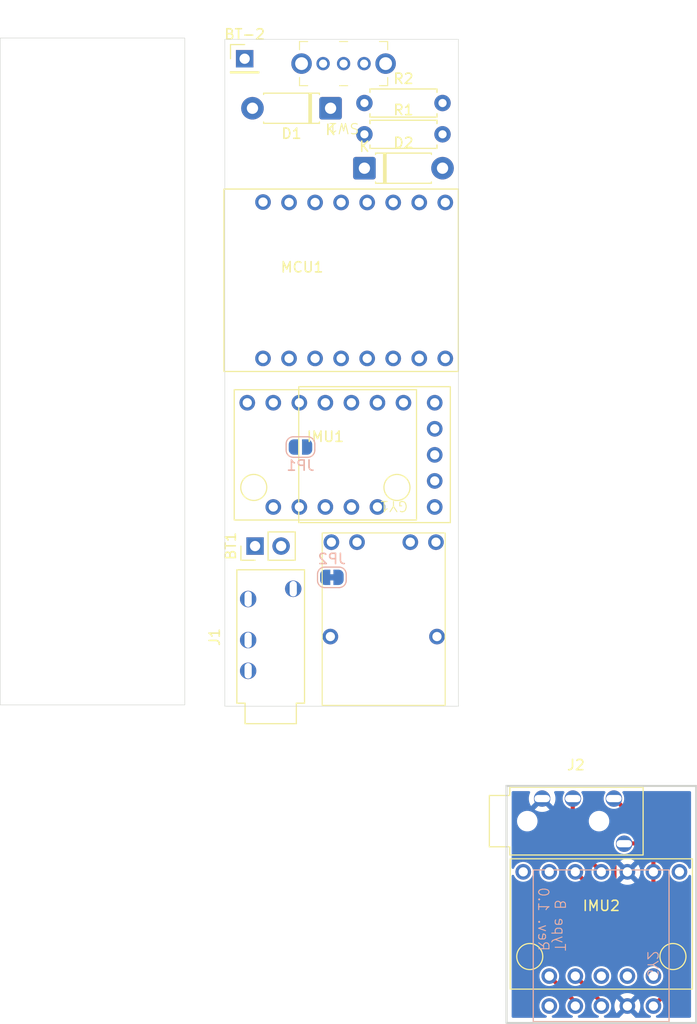
<source format=kicad_pcb>
(kicad_pcb (version 20241229) (generator "pcbnew") (generator_version "9.0")
  (layers (0 "F.Cu" signal) (2 "B.Cu" signal) (13 "F.Paste" user) (15 "B.Paste" user) (5 "F.SilkS" user "F.Silkscreen") (7 "B.SilkS" user "B.Silkscreen") (1 "F.Mask" user) (3 "B.Mask" user) (25 "Edge.Cuts" user))
  (net 0 "")
  (net 1 "SDA_1")
  (net 2 "ESP32_3V3")
  (net 3 "SCL_1")
  (net 4 "GND")
  (net 5 "Net-(GY2-SDA)")
  (net 6 "Net-(GY2-SCL)")
  (net 14 "+BATT")
  (net 15 "Net-(CHGR1-5_VIN)")
  (net 18 "ESP32_5V5")
  (net 19 "Net-(D2-A)")
  (net 20 "Net-(GY1-VIN)")
  (net 21 "Net-(GY1-SCL)")
  (net 22 "Net-(GY1-SDA)")
  (net 28 "Net-(IMU1-VIN)")
  (net 35 "BATTERY_READER")
  (footprint "Diode_THT:D_DO-41_SOD81_P7.62mm_Horizontal" (layer "F.Cu") (at 122.682 50.546 180)
    (property "Reference" "D1" (at 3.81 -2.47 0) (layer "F.SilkS"))
    (property "Value" "D_1N5817 / 4.8v Zener?")
    (fp_line (start 6.53 1.47) (end 6.53 1.34) (stroke (width 0.12)) (layer "F.SilkS"))
    (fp_line (start 6.53 -1.47) (end 6.53 -1.34) (stroke (width 0.12)) (layer "F.SilkS"))
    (fp_line (start 2.11 -1.47) (end 2.11 1.47) (stroke (width 0.12)) (layer "F.SilkS"))
    (fp_line (start 1.99 -1.47) (end 1.99 1.47) (stroke (width 0.12)) (layer "F.SilkS"))
    (fp_line (start 1.87 -1.47) (end 1.87 1.47) (stroke (width 0.12)) (layer "F.SilkS"))
    (fp_line (start 1.09 1.47) (end 6.53 1.47) (stroke (width 0.12)) (layer "F.SilkS"))
    (fp_line (start 1.09 1.34) (end 1.09 1.47) (stroke (width 0.12)) (layer "F.SilkS"))
    (fp_line (start 1.09 -1.34) (end 1.09 -1.47) (stroke (width 0.12)) (layer "F.SilkS"))
    (fp_line (start 1.09 -1.47) (end 6.53 -1.47) (stroke (width 0.12)) (layer "F.SilkS"))
    (fp_text user "K" (at 0 -2.1 0) (layer "F.SilkS"))
    (pad "1" thru_hole roundrect (at 0 0 180) (size 2.2 2.2) (drill 1.1) (layers "*.Cu" "*.Mask") (roundrect_rratio 0.113636) (net 18 "ESP32_5V5"))
    (pad "2" thru_hole circle (at 7.62 0 180) (size 2.2 2.2) (drill 1.1) (layers "*.Cu" "*.Mask") (net 15 "Net-(CHGR1-5_VIN)"))
  )
  (footprint "Connector_PinHeader_2.54mm:PinHeader_1x02_P2.54mm_Vertical" (layer "F.Cu") (at 115.316 93.218 90)
    (property "Reference" "BT1" (at 0 -2.38 90) (layer "F.SilkS"))
    (property "Value" "Battery")
    (fp_line (start -1.38 -1.38) (end 0 -1.38) (stroke (width 0.12)) (layer "F.SilkS"))
    (fp_line (start -1.38 0) (end -1.38 -1.38) (stroke (width 0.12)) (layer "F.SilkS"))
    (fp_line (start 1.38 1.27) (end 1.38 3.92) (stroke (width 0.12)) (layer "F.SilkS"))
    (fp_line (start -1.38 1.27) (end 1.38 1.27) (stroke (width 0.12)) (layer "F.SilkS"))
    (fp_line (start -1.38 1.27) (end -1.38 3.92) (stroke (width 0.12)) (layer "F.SilkS"))
    (fp_line (start -1.38 3.92) (end 1.38 3.92) (stroke (width 0.12)) (layer "F.SilkS"))
    (pad "1" thru_hole rect (at 0 0 90) (size 1.7 1.7) (drill 1) (layers "*.Cu" "*.Mask") (net 14 "+BATT"))
    (pad "2" thru_hole circle (at 0 2.54 90) (size 1.7 1.7) (drill 1) (layers "*.Cu" "*.Mask") (net 4 "GND"))
  )
  (footprint "My_Library:GY-BMI160" (layer "F.Cu") (at 122.174 84.328 -90)
    (property "Reference" "IMU1" (at -1.77 0 0) (layer "F.SilkS"))
    (property "Value" "~")
    (fp_rect (start -6.35 -8.89) (end 6.35 8.89) (stroke (width 0.12)) (fill no) (layer "F.SilkS"))
    (fp_circle (center 3.175 6.985) (end 1.905 6.985) (stroke (width 0.12)) (fill no) (layer "F.SilkS"))
    (fp_circle (center 3.175 -6.985) (end 1.905 -6.985) (stroke (width 0.12)) (fill no) (layer "F.SilkS"))
    (pad "1" thru_hole circle (at -5.08 -7.62 270) (size 1.524 1.524) (drill 0.9) (layers "*.Cu" "*.Mask") (net 28 "Net-(IMU1-VIN)"))
    (pad "2" thru_hole circle (at -5.08 -5.08 270) (size 1.524 1.524) (drill 0.9) (layers "*.Cu" "*.Mask") (net 20 "Net-(GY1-VIN)"))
    (pad "3" thru_hole circle (at -5.08 -2.54 270) (size 1.524 1.524) (drill 0.9) (layers "*.Cu" "*.Mask") (net 4 "GND"))
    (pad "4" thru_hole circle (at -5.08 0 270) (size 1.524 1.524) (drill 0.9) (layers "*.Cu" "*.Mask") (net 3 "SCL_1"))
    (pad "5" thru_hole circle (at -5.08 2.54 270) (size 1.524 1.524) (drill 0.9) (layers "*.Cu" "*.Mask") (net 1 "SDA_1"))
    (pad "6" thru_hole circle (at -5.08 5.08 270) (size 1.524 1.524) (drill 0.9) (layers "*.Cu" "*.Mask"))
    (pad "7" thru_hole circle (at -5.08 7.62 270) (size 1.524 1.524) (drill 0.9) (layers "*.Cu" "*.Mask") (net 4 "GND"))
    (pad "8" thru_hole circle (at 5.08 5.08 270) (size 1.524 1.524) (drill 0.9) (layers "*.Cu" "*.Mask") (net 22 "Net-(GY1-SDA)"))
    (pad "9" thru_hole circle (at 5.08 2.54 270) (size 1.524 1.524) (drill 0.9) (layers "*.Cu" "*.Mask") (net 21 "Net-(GY1-SCL)"))
    (pad "10" thru_hole circle (at 5.08 0 270) (size 1.524 1.524) (drill 0.9) (layers "*.Cu" "*.Mask"))
    (pad "11" thru_hole circle (at 5.08 -2.54 270) (size 1.524 1.524) (drill 0.9) (layers "*.Cu" "*.Mask"))
    (pad "12" thru_hole circle (at 5.08 -5.08 270) (size 1.524 1.524) (drill 0.9) (layers "*.Cu" "*.Mask"))
  )
  (footprint "Connector_PinHeader_2.54mm:PinHeader_1x01_P2.54mm_Vertical" (layer "F.Cu") (at 114.3 45.72)
    (property "Reference" "BT-2" (at 0 -2.38 0) (layer "F.SilkS"))
    (property "Value" "Battery anode")
    (fp_line (start -1.38 -1.38) (end 0 -1.38) (stroke (width 0.12)) (layer "F.SilkS"))
    (fp_line (start -1.38 0) (end -1.38 -1.38) (stroke (width 0.12)) (layer "F.SilkS"))
    (fp_line (start -1.38 1.27) (end -1.38 1.38) (stroke (width 0.12)) (layer "F.SilkS"))
    (fp_line (start -1.38 1.27) (end 1.38 1.27) (stroke (width 0.12)) (layer "F.SilkS"))
    (fp_line (start -1.38 1.38) (end 1.38 1.38) (stroke (width 0.12)) (layer "F.SilkS"))
    (fp_line (start 1.38 1.27) (end 1.38 1.38) (stroke (width 0.12)) (layer "F.SilkS"))
    (pad "1" thru_hole rect (at 0 0) (size 1.7 1.7) (drill 1) (layers "*.Cu" "*.Mask") (net 4 "GND"))
  )
  (footprint "My_Library:SK12D07VG4" (layer "F.Cu") (at 123.952 46.196 180)
    (property "Reference" "SW1" (at 0 -6.3 180) (layer "F.SilkS") (effects (font (thickness 0.1))))
    (property "Value" "SW_SPDT")
    (fp_line (start 4.3 2.15) (end 4.3 1.35) (stroke (width 0.1)) (layer "F.SilkS"))
    (fp_line (start 4.3 2.15) (end 3.5 2.15) (stroke (width 0.1)) (layer "F.SilkS"))
    (fp_line (start 4.3 -2.15) (end 4.3 -1.35) (stroke (width 0.1)) (layer "F.SilkS"))
    (fp_line (start 4.3 -2.15) (end 3.5 -2.15) (stroke (width 0.1)) (layer "F.SilkS"))
    (fp_line (start 0.4 2.15) (end -0.4 2.15) (stroke (width 0.1)) (layer "F.SilkS"))
    (fp_line (start -0.4 -2.15) (end 0.4 -2.15) (stroke (width 0.1)) (layer "F.SilkS"))
    (fp_line (start -4.3 2.15) (end -3.5 2.15) (stroke (width 0.1)) (layer "F.SilkS"))
    (fp_line (start -4.3 2.15) (end -4.3 1.35) (stroke (width 0.1)) (layer "F.SilkS"))
    (fp_line (start -4.3 -2.15) (end -3.5 -2.15) (stroke (width 0.1)) (layer "F.SilkS"))
    (fp_line (start -4.3 -2.15) (end -4.3 -1.35) (stroke (width 0.1)) (layer "F.SilkS"))
    (pad "" thru_hole circle (at -4.1 0 90) (size 2 2) (drill 1.25) (layers "*.Cu" "*.Mask"))
    (pad "" thru_hole circle (at 4.1 0 90) (size 2 2) (drill 1.25) (layers "*.Cu" "*.Mask"))
    (pad "1" thru_hole circle (at -2 0 90) (size 1.3 1.3) (drill 0.8) (layers "*.Cu" "*.Mask"))
    (pad "2" thru_hole circle (at 0 0 90) (size 1.3 1.3) (drill 0.8) (layers "*.Cu" "*.Mask") (net 14 "+BATT"))
    (pad "3" thru_hole circle (at 2 0 90) (size 1.3 1.3) (drill 0.8) (layers "*.Cu" "*.Mask") (net 19 "Net-(D2-A)"))
  )
  (footprint "My_Library:PJ-320A" (layer "F.Cu") (at 114.64 110.529 90)
    (property "Reference" "J1" (at 8.4455 -3.269 90) (layer "F.SilkS"))
    (property "Value" "TRRS Connector 3.5")
    (fp_line (start 15 -1.1) (end 15 5.5) (stroke (width 0.12)) (layer "F.SilkS"))
    (fp_line (start 2 -1.1) (end 15 -1.1) (stroke (width 0.12)) (layer "F.SilkS"))
    (fp_line (start 2 -0.3) (end 2 -1.1) (stroke (width 0.12)) (layer "F.SilkS"))
    (fp_line (start 0 -0.3) (end 2 -0.3) (stroke (width 0.12)) (layer "F.SilkS"))
    (fp_line (start 0 0) (end 0 -0.3) (stroke (width 0.12)) (layer "F.SilkS"))
    (fp_line (start 0 0) (end 0 4.7) (stroke (width 0.12)) (layer "F.SilkS"))
    (fp_line (start 2 4.7) (end 2 5.5) (stroke (width 0.12)) (layer "F.SilkS"))
    (fp_line (start 0 4.7) (end 2 4.7) (stroke (width 0.12)) (layer "F.SilkS"))
    (fp_line (start 2 5.5) (end 15 5.5) (stroke (width 0.12)) (layer "F.SilkS"))
    (pad "" np_thru_hole circle (at 3.7 2.2 90) (size 1.5 1.5) (drill 1.5) (layers "*.Cu"))
    (pad "" np_thru_hole circle (at 10.7 2.2 90) (size 1.5 1.5) (drill 1.5) (layers "*.Cu"))
    (pad "R1" thru_hole circle (at 12.15 0 90) (size 1.6 1.6) (drill oval 1.5 0.7) (layers "*.Cu" "*.Mask") (net 1 "SDA_1"))
    (pad "R2" thru_hole circle (at 8.15 0 90) (size 1.6 1.6) (drill oval 1.5 0.7) (layers "*.Cu" "*.Mask") (net 3 "SCL_1"))
    (pad "S" thru_hole circle (at 5.15 0 90) (size 1.6 1.6) (drill oval 1.5 0.7) (layers "*.Cu" "*.Mask") (net 4 "GND"))
    (pad "T" thru_hole circle (at 13.15 4.4 90) (size 1.6 1.6) (drill oval 1.5 0.7) (layers "*.Cu" "*.Mask") (net 2 "ESP32_3V3"))
  )
  (footprint "My_Library:LX_LBES" (layer "F.Cu") (at 121.862 91.938 90)
    (property "Reference" "CHGR1" (hide yes))
    (property "Value" "~" (hide yes))
    (fp_rect (start -16.8 0) (end 0 12) (stroke (width 0.1)) (fill no) (layer "F.SilkS"))
    (pad "1" thru_hole circle (at -10.1 0.8 270) (size 1.524 1.524) (drill 0.9) (layers "*.Cu" "*.Mask") (net 15 "Net-(CHGR1-5_VIN)"))
    (pad "2" thru_hole circle (at -10.1 11.2 270) (size 1.524 1.524) (drill 0.9) (layers "*.Cu" "*.Mask") (net 4 "GND"))
    (pad "3" thru_hole circle (at -0.9 11.1 270) (size 1.524 1.524) (drill 0.9) (layers "*.Cu" "*.Mask"))
    (pad "4" thru_hole circle (at -0.9 8.6 270) (size 1.524 1.524) (drill 0.9) (layers "*.Cu" "*.Mask") (net 4 "GND"))
    (pad "5" thru_hole circle (at -0.9 3.4 270) (size 1.524 1.524) (drill 0.9) (layers "*.Cu" "*.Mask") (net 14 "+BATT"))
    (pad "6" thru_hole circle (at -0.9 0.9 270) (size 1.524 1.524) (drill 0.9) (layers "*.Cu" "*.Mask"))
  )
  (footprint "My_Library:GY-271" (layer "F.Cu") (at 127.842 84.328 180)
    (property "Reference" "GY1" (at -1 -5 180) (layer "F.SilkS") (effects (font (thickness 0.1))))
    (property "Value" "~")
    (fp_rect (start -6.524 -6.604) (end 8.264 6.644) (stroke (width 0.12)) (fill no) (layer "F.SilkS"))
    (pad "1" thru_hole circle (at -5 -5.08 180) (size 1.524 1.524) (drill 0.9) (layers "*.Cu" "*.Mask") (net 20 "Net-(GY1-VIN)"))
    (pad "2" thru_hole circle (at -5 -2.54 180) (size 1.524 1.524) (drill 0.9) (layers "*.Cu" "*.Mask") (net 4 "GND"))
    (pad "3" thru_hole circle (at -5 0 180) (size 1.524 1.524) (drill 0.9) (layers "*.Cu" "*.Mask") (net 21 "Net-(GY1-SCL)"))
    (pad "4" thru_hole circle (at -5 2.54 180) (size 1.524 1.524) (drill 0.9) (layers "*.Cu" "*.Mask") (net 22 "Net-(GY1-SDA)"))
    (pad "5" thru_hole circle (at -5 5.08 180) (size 1.524 1.524) (drill 0.9) (layers "*.Cu" "*.Mask"))
  )
  (footprint "My_Library:GY-BMI160" (layer "F.Cu") (at 149.098 130.048 -90)
    (property "Reference" "IMU2" (at -1.77 0 0) (layer "F.SilkS"))
    (property "Value" "~")
    (fp_rect (start -6.35 -8.89) (end 6.35 8.89) (stroke (width 0.12)) (fill no) (layer "F.SilkS"))
    (fp_circle (center 3.175 6.985) (end 1.905 6.985) (stroke (width 0.12)) (fill no) (layer "F.SilkS"))
    (fp_circle (center 3.175 -6.985) (end 1.905 -6.985) (stroke (width 0.12)) (fill no) (layer "F.SilkS"))
    (pad "1" thru_hole circle (at -5.08 -7.62 270) (size 1.524 1.524) (drill 0.9) (layers "*.Cu" "*.Mask"))
    (pad "2" thru_hole circle (at -5.08 -5.08 270) (size 1.524 1.524) (drill 0.9) (layers "*.Cu" "*.Mask") (net 2 "ESP32_3V3"))
    (pad "3" thru_hole circle (at -5.08 -2.54 270) (size 1.524 1.524) (drill 0.9) (layers "*.Cu" "*.Mask") (net 4 "GND"))
    (pad "4" thru_hole circle (at -5.08 0 270) (size 1.524 1.524) (drill 0.9) (layers "*.Cu" "*.Mask") (net 3 "SCL_1"))
    (pad "5" thru_hole circle (at -5.08 2.54 270) (size 1.524 1.524) (drill 0.9) (layers "*.Cu" "*.Mask") (net 1 "SDA_1"))
    (pad "6" thru_hole circle (at -5.08 5.08 270) (size 1.524 1.524) (drill 0.9) (layers "*.Cu" "*.Mask"))
    (pad "7" thru_hole circle (at -5.08 7.62 270) (size 1.524 1.524) (drill 0.9) (layers "*.Cu" "*.Mask"))
    (pad "8" thru_hole circle (at 5.08 5.08 270) (size 1.524 1.524) (drill 0.9) (layers "*.Cu" "*.Mask") (net 5 "Net-(GY2-SDA)"))
    (pad "9" thru_hole circle (at 5.08 2.54 270) (size 1.524 1.524) (drill 0.9) (layers "*.Cu" "*.Mask") (net 6 "Net-(GY2-SCL)"))
    (pad "10" thru_hole circle (at 5.08 0 270) (size 1.524 1.524) (drill 0.9) (layers "*.Cu" "*.Mask"))
    (pad "11" thru_hole circle (at 5.08 -2.54 270) (size 1.524 1.524) (drill 0.9) (layers "*.Cu" "*.Mask"))
    (pad "12" thru_hole circle (at 5.08 -5.08 270) (size 1.524 1.524) (drill 0.9) (layers "*.Cu" "*.Mask"))
  )
  (footprint "Diode_THT:D_DO-41_SOD81_P7.62mm_Horizontal" (layer "F.Cu") (at 125.984 56.388)
    (property "Reference" "D2" (at 3.81 -2.47 0) (layer "F.SilkS"))
    (property "Value" "D_1N5817")
    (fp_line (start 1.09 -1.47) (end 6.53 -1.47) (stroke (width 0.12)) (layer "F.SilkS"))
    (fp_line (start 1.09 -1.34) (end 1.09 -1.47) (stroke (width 0.12)) (layer "F.SilkS"))
    (fp_line (start 1.09 1.34) (end 1.09 1.47) (stroke (width 0.12)) (layer "F.SilkS"))
    (fp_line (start 1.09 1.47) (end 6.53 1.47) (stroke (width 0.12)) (layer "F.SilkS"))
    (fp_line (start 1.87 -1.47) (end 1.87 1.47) (stroke (width 0.12)) (layer "F.SilkS"))
    (fp_line (start 1.99 -1.47) (end 1.99 1.47) (stroke (width 0.12)) (layer "F.SilkS"))
    (fp_line (start 2.11 -1.47) (end 2.11 1.47) (stroke (width 0.12)) (layer "F.SilkS"))
    (fp_line (start 6.53 -1.47) (end 6.53 -1.34) (stroke (width 0.12)) (layer "F.SilkS"))
    (fp_line (start 6.53 1.47) (end 6.53 1.34) (stroke (width 0.12)) (layer "F.SilkS"))
    (fp_text user "K" (at 0 -2.1 0) (layer "F.SilkS"))
    (pad "1" thru_hole roundrect (at 0 0) (size 2.2 2.2) (drill 1.1) (layers "*.Cu" "*.Mask") (roundrect_rratio 0.113636) (net 18 "ESP32_5V5"))
    (pad "2" thru_hole circle (at 7.62 0) (size 2.2 2.2) (drill 1.1) (layers "*.Cu" "*.Mask") (net 19 "Net-(D2-A)"))
  )
  (footprint "Espressif:ESP32-C3-SuperMini_PLUS" (layer "F.Cu") (at 123.712 67.31 -90)
    (property "Reference" "MCU1" (at -1.27 3.81 0) (layer "F.SilkS"))
    (property "Value" "~")
    (fp_rect (start -8.89 -11.43) (end 8.89 11.43) (stroke (width 0.12)) (fill no) (layer "F.SilkS"))
    (pad "1" thru_hole circle (at -7.58 -10.16 270) (size 1.524 1.524) (drill 0.9) (layers "*.Cu" "*.Mask"))
    (pad "2" thru_hole circle (at -7.58 -7.62 270) (size 1.524 1.524) (drill 0.9) (layers "*.Cu" "*.Mask"))
    (pad "3" thru_hole circle (at -7.58 -5.08 270) (size 1.524 1.524) (drill 0.9) (layers "*.Cu" "*.Mask"))
    (pad "4" thru_hole circle (at -7.58 -2.54 270) (size 1.524 1.524) (drill 0.9) (layers "*.Cu" "*.Mask"))
    (pad "5" thru_hole circle (at -7.58 0 270) (size 1.524 1.524) (drill 0.9) (layers "*.Cu" "*.Mask"))
    (pad "6" thru_hole circle (at -7.58 2.54 270) (size 1.524 1.524) (drill 0.9) (layers "*.Cu" "*.Mask"))
    (pad "7" thru_hole circle (at -7.58 5.08 270) (size 1.524 1.524) (drill 0.9) (layers "*.Cu" "*.Mask"))
    (pad "8" thru_hole circle (at -7.62 7.62 270) (size 1.524 1.524) (drill 0.9) (layers "*.Cu" "*.Mask"))
    (pad "9" thru_hole circle (at 7.62 7.62 270) (size 1.524 1.524) (drill 0.9) (layers "*.Cu" "*.Mask"))
    (pad "10" thru_hole circle (at 7.62 5.08 270) (size 1.524 1.524) (drill 0.9) (layers "*.Cu" "*.Mask"))
    (pad "11" thru_hole circle (at 7.62 2.54 270) (size 1.524 1.524) (drill 0.9) (layers "*.Cu" "*.Mask") (net 3 "SCL_1"))
    (pad "12" thru_hole circle (at 7.62 0 270) (size 1.524 1.524) (drill 0.9) (layers "*.Cu" "*.Mask") (net 1 "SDA_1"))
    (pad "13" thru_hole circle (at 7.62 -2.54 270) (size 1.524 1.524) (drill 0.9) (layers "*.Cu" "*.Mask") (net 35 "BATTERY_READER"))
    (pad "14" thru_hole circle (at 7.62 -5.08 270) (size 1.524 1.524) (drill 0.9) (layers "*.Cu" "*.Mask") (net 2 "ESP32_3V3"))
    (pad "15" thru_hole circle (at 7.62 -7.62 270) (size 1.524 1.524) (drill 0.9) (layers "*.Cu" "*.Mask") (net 4 "GND"))
    (pad "16" thru_hole circle (at 7.62 -10.16 270) (size 1.524 1.524) (drill 0.9) (layers "*.Cu" "*.Mask") (net 18 "ESP32_5V5"))
  )
  (footprint "Resistor_THT:R_Axial_DIN0207_L6.3mm_D2.5mm_P7.62mm_Horizontal" (layer "F.Cu") (at 125.984 53.086)
    (property "Reference" "R1" (at 3.81 -2.37 0) (layer "F.SilkS"))
    (property "Value" "200K")
    (fp_line (start 0.54 -1.37) (end 7.08 -1.37) (stroke (width 0.12)) (layer "F.SilkS"))
    (fp_line (start 0.54 -1.04) (end 0.54 -1.37) (stroke (width 0.12)) (layer "F.SilkS"))
    (fp_line (start 0.54 1.04) (end 0.54 1.37) (stroke (width 0.12)) (layer "F.SilkS"))
    (fp_line (start 0.54 1.37) (end 7.08 1.37) (stroke (width 0.12)) (layer "F.SilkS"))
    (fp_line (start 7.08 -1.37) (end 7.08 -1.04) (stroke (width 0.12)) (layer "F.SilkS"))
    (fp_line (start 7.08 1.37) (end 7.08 1.04) (stroke (width 0.12)) (layer "F.SilkS"))
    (pad "1" thru_hole circle (at 0 0) (size 1.6 1.6) (drill 0.8) (layers "*.Cu" "*.Mask") (net 4 "GND"))
    (pad "2" thru_hole circle (at 7.62 0) (size 1.6 1.6) (drill 0.8) (layers "*.Cu" "*.Mask") (net 35 "BATTERY_READER"))
  )
  (footprint "Resistor_THT:R_Axial_DIN0207_L6.3mm_D2.5mm_P7.62mm_Horizontal" (layer "F.Cu") (at 125.984 50.038)
    (property "Reference" "R2" (at 3.81 -2.37 0) (layer "F.SilkS"))
    (property "Value" "200K")
    (fp_line (start 0.54 -1.37) (end 7.08 -1.37) (stroke (width 0.12)) (layer "F.SilkS"))
    (fp_line (start 0.54 -1.04) (end 0.54 -1.37) (stroke (width 0.12)) (layer "F.SilkS"))
    (fp_line (start 0.54 1.04) (end 0.54 1.37) (stroke (width 0.12)) (layer "F.SilkS"))
    (fp_line (start 0.54 1.37) (end 7.08 1.37) (stroke (width 0.12)) (layer "F.SilkS"))
    (fp_line (start 7.08 -1.37) (end 7.08 -1.04) (stroke (width 0.12)) (layer "F.SilkS"))
    (fp_line (start 7.08 1.37) (end 7.08 1.04) (stroke (width 0.12)) (layer "F.SilkS"))
    (pad "1" thru_hole circle (at 0 0) (size 1.6 1.6) (drill 0.8) (layers "*.Cu" "*.Mask") (net 35 "BATTERY_READER"))
    (pad "2" thru_hole circle (at 7.62 0) (size 1.6 1.6) (drill 0.8) (layers "*.Cu" "*.Mask") (net 18 "ESP32_5V5"))
  )
  (footprint "My_Library:PJ-320A" (layer "F.Cu") (at 138.172089 117.826898)
    (property "Reference" "J2" (at 8.4455 -3.269 0) (layer "F.SilkS"))
    (property "Value" "TRRS Connector 3.5")
    (fp_line (start 0 -0.3) (end 2 -0.3) (stroke (width 0.12)) (layer "F.SilkS"))
    (fp_line (start 0 0) (end 0 -0.3) (stroke (width 0.12)) (layer "F.SilkS"))
    (fp_line (start 0 0) (end 0 4.7) (stroke (width 0.12)) (layer "F.SilkS"))
    (fp_line (start 0 4.7) (end 2 4.7) (stroke (width 0.12)) (layer "F.SilkS"))
    (fp_line (start 2 -1.1) (end 15 -1.1) (stroke (width 0.12)) (layer "F.SilkS"))
    (fp_line (start 2 -0.3) (end 2 -1.1) (stroke (width 0.12)) (layer "F.SilkS"))
    (fp_line (start 2 4.7) (end 2 5.5) (stroke (width 0.12)) (layer "F.SilkS"))
    (fp_line (start 2 5.5) (end 15 5.5) (stroke (width 0.12)) (layer "F.SilkS"))
    (fp_line (start 15 -1.1) (end 15 5.5) (stroke (width 0.12)) (layer "F.SilkS"))
    (pad "" np_thru_hole circle (at 3.7 2.2) (size 1.5 1.5) (drill 1.5) (layers "*.Cu"))
    (pad "" np_thru_hole circle (at 10.7 2.2) (size 1.5 1.5) (drill 1.5) (layers "*.Cu"))
    (pad "R1" thru_hole circle (at 12.15 0) (size 1.6 1.6) (drill oval 1.5 0.7) (layers "*.Cu" "*.Mask") (net 1 "SDA_1"))
    (pad "R2" thru_hole circle (at 8.15 0) (size 1.6 1.6) (drill oval 1.5 0.7) (layers "*.Cu" "*.Mask") (net 3 "SCL_1"))
    (pad "S" thru_hole circle (at 5.15 0) (size 1.6 1.6) (drill oval 1.5 0.7) (layers "*.Cu" "*.Mask") (net 4 "GND"))
    (pad "T" thru_hole circle (at 13.15 4.4) (size 1.6 1.6) (drill oval 1.5 0.7) (layers "*.Cu" "*.Mask") (net 2 "ESP32_3V3"))
  )
  (footprint "My_Library:GY-271" (layer "B.Cu") (at 149.096988 133.047486 90)
    (property "Reference" "GY2" (at -1 5 270) (layer "B.SilkS") (effects (font (thickness 0.1)) (justify mirror)))
    (property "Value" "~")
    (fp_rect (start -6.524 6.604) (end 8.264 -6.644) (stroke (width 0.12)) (fill no) (layer "B.SilkS"))
    (pad "1" thru_hole circle (at -5 5.08 90) (size 1.524 1.524) (drill 0.9) (layers "*.Cu" "*.Mask") (net 2 "ESP32_3V3"))
    (pad "2" thru_hole circle (at -5 2.54 90) (size 1.524 1.524) (drill 0.9) (layers "*.Cu" "*.Mask") (net 4 "GND"))
    (pad "3" thru_hole circle (at -5 0 90) (size 1.524 1.524) (drill 0.9) (layers "*.Cu" "*.Mask") (net 6 "Net-(GY2-SCL)"))
    (pad "4" thru_hole circle (at -5 -2.54 90) (size 1.524 1.524) (drill 0.9) (layers "*.Cu" "*.Mask") (net 5 "Net-(GY2-SDA)"))
    (pad "5" thru_hole circle (at -5 -5.08 90) (size 1.524 1.524) (drill 0.9) (layers "*.Cu" "*.Mask"))
  )
  (footprint "Jumper:SolderJumper-2_P1.3mm_Open_RoundedPad1.0x1.5mm" (layer "B.Cu") (at 119.746 83.566)
    (property "Reference" "JP1" (at 0 1.8 0) (layer "B.SilkS") (effects (justify mirror)))
    (property "Value" "5v in")
    (fp_line (start -1.4 -0.3) (end -1.4 0.3) (stroke (width 0.12)) (layer "B.SilkS"))
    (fp_line (start -0.7 1) (end 0.7 1) (stroke (width 0.12)) (layer "B.SilkS"))
    (fp_line (start 0.7 -1) (end -0.7 -1) (stroke (width 0.12)) (layer "B.SilkS"))
    (fp_line (start 1.4 0.3) (end 1.4 -0.3) (stroke (width 0.12)) (layer "B.SilkS"))
    (fp_arc (start -1.4 -0.3) (mid -1.194975 -0.794975) (end -0.7 -1) (stroke (width 0.12)) (layer "B.SilkS"))
    (fp_arc (start -0.7 1) (mid -1.194975 0.794975) (end -1.4 0.3) (stroke (width 0.12)) (layer "B.SilkS"))
    (fp_arc (start 0.7 -1) (mid 1.194975 -0.794975) (end 1.4 -0.3) (stroke (width 0.12)) (layer "B.SilkS"))
    (fp_arc (start 1.4 0.3) (mid 1.194975 0.794975) (end 0.7 1) (stroke (width 0.12)) (layer "B.SilkS"))
    (pad "1" smd custom (at -0.65 0) (size 1 0.5) (layers "B.Cu" "B.Mask") (net 28 "Net-(IMU1-VIN)") (options (clearance outline) (anchor rect)) (primitives (gr_circle (center 0 -0.25) (end 0.5 -0.25) (width 0) (fill yes)) (gr_circle (center 0 0.25) (end 0.5 0.25) (width 0) (fill yes)) (gr_poly (pts (xy 0.5 -0.75) (xy 0 -0.75) (xy 0 0.75) (xy 0.5 0.75)) (width 0) (fill yes))))
    (pad "2" smd custom (at 0.65 0) (size 1 0.5) (layers "B.Cu" "B.Mask") (net 18 "ESP32_5V5") (options (clearance outline) (anchor rect)) (primitives (gr_circle (center 0 -0.25) (end 0.5 -0.25) (width 0) (fill yes)) (gr_circle (center 0 0.25) (end 0.5 0.25) (width 0) (fill yes)) (gr_poly (pts (xy 0 -0.75) (xy -0.5 -0.75) (xy -0.5 0.75) (xy 0 0.75)) (width 0) (fill yes))))
  )
  (footprint "Jumper:SolderJumper-2_P1.3mm_Bridged_RoundedPad1.0x1.5mm" (layer "B.Cu") (at 122.808 96.266 180)
    (property "Reference" "JP2" (at 0 1.8 0) (layer "B.SilkS") (effects (justify mirror)))
    (property "Value" "3v3 in")
    (fp_poly (pts (xy 0.25 0.3) (xy -0.25 0.3) (xy -0.25 -0.3) (xy 0.25 -0.3)) (fill yes) (layer "B.Cu"))
    (fp_line (start 1.4 0.3) (end 1.4 -0.3) (stroke (width 0.12)) (layer "B.SilkS"))
    (fp_line (start 0.7 -1) (end -0.7 -1) (stroke (width 0.12)) (layer "B.SilkS"))
    (fp_line (start -0.7 1) (end 0.7 1) (stroke (width 0.12)) (layer "B.SilkS"))
    (fp_line (start -1.4 -0.3) (end -1.4 0.3) (stroke (width 0.12)) (layer "B.SilkS"))
    (fp_arc (start 1.4 0.3) (mid 1.194975 0.794975) (end 0.7 1) (stroke (width 0.12)) (layer "B.SilkS"))
    (fp_arc (start 0.7 -1) (mid 1.194975 -0.794975) (end 1.4 -0.3) (stroke (width 0.12)) (layer "B.SilkS"))
    (fp_arc (start -0.7 1) (mid -1.194975 0.794975) (end -1.4 0.3) (stroke (width 0.12)) (layer "B.SilkS"))
    (fp_arc (start -1.4 -0.3) (mid -1.194975 -0.794975) (end -0.7 -1) (stroke (width 0.12)) (layer "B.SilkS"))
    (pad "1" smd custom (at -0.65 0 180) (size 1 0.5) (layers "B.Cu" "B.Mask") (net 2 "ESP32_3V3") (options (clearance outline) (anchor rect)) (primitives (gr_circle (center 0 -0.25) (end 0.5 -0.25) (width 0) (fill yes)) (gr_circle (center 0 0.25) (end 0.5 0.25) (width 0) (fill yes)) (gr_poly (pts (xy 0.5 -0.75) (xy 0 -0.75) (xy 0 0.75) (xy 0.5 0.75)) (width 0) (fill yes))))
    (pad "2" smd custom (at 0.65 0 180) (size 1 0.5) (layers "B.Cu" "B.Mask") (net 20 "Net-(GY1-VIN)") (options (clearance outline) (anchor rect)) (primitives (gr_circle (center 0 -0.25) (end 0.5 -0.25) (width 0) (fill yes)) (gr_circle (center 0 0.25) (end 0.5 0.25) (width 0) (fill yes)) (gr_poly (pts (xy 0 -0.75) (xy -0.5 -0.75) (xy -0.5 0.75) (xy 0 0.75)) (width 0) (fill yes))))
  )
  (gr_rect (start 90.458 43.7) (end 108.458 108.7) (stroke (width 0.05)) (fill no) (layer "Edge.Cuts"))
  (gr_rect (start 139.847089 116.596898) (end 158.347089 139.696898) (stroke (width 0.2)) (fill no) (layer "Edge.Cuts"))
  (gr_rect (start 112.362 43.83) (end 135.156 108.83) (stroke (width 0.05)) (fill no) (layer "Edge.Cuts"))
  (gr_text "Type B\nRev. 1.0" (at 142.857089 132.766898 270) (layer "B.SilkS") (effects (font (size 1 1) (thickness 0.1)) (justify left bottom mirror)))
  (segment (start 150.377089 123.286898) (end 150.377089 126.126898) (width 0.4) (layer "F.Cu") (net 1))
  (segment (start 149.857089 121.566898) (end 149.857089 122.766898) (width 0.4) (layer "F.Cu") (net 1))
  (segment (start 149.877089 126.626898) (end 148.217089 126.626898) (width 0.4) (layer "F.Cu") (net 1))
  (segment (start 149.857089 122.766898) (end 150.377089 123.286898) (width 0.4) (layer "F.Cu") (net 1))
  (segment (start 148.217089 126.626898) (end 146.557089 124.966898) (width 0.4) (layer "F.Cu") (net 1))
  (segment (start 151.057089 120.366898) (end 149.857089 121.566898) (width 0.4) (layer "F.Cu") (net 1))
  (segment (start 151.057089 118.516898) (end 151.057089 120.366898) (width 0.4) (layer "F.Cu") (net 1))
  (segment (start 150.337089 117.796898) (end 151.057089 118.516898) (width 0.4) (layer "F.Cu") (net 1))
  (segment (start 150.377089 126.126898) (end 149.877089 126.626898) (width 0.4) (layer "F.Cu") (net 1))
  (segment (start 152.787089 122.196898) (end 151.337089 122.196898) (width 0.4) (layer "F.Cu") (net 2))
  (segment (start 155.677089 136.546898) (end 154.177089 138.046898) (width 0.4) (layer "F.Cu") (net 2))
  (segment (start 155.677089 134.326898) (end 155.677089 136.546898) (width 0.4) (layer "F.Cu") (net 2))
  (segment (start 154.177089 124.966898) (end 154.177089 123.586898) (width 0.4) (layer "F.Cu") (net 2))
  (segment (start 154.177089 124.966898) (end 154.177089 132.826898) (width 0.4) (layer "F.Cu") (net 2))
  (segment (start 154.177089 123.586898) (end 152.787089 122.196898) (width 0.4) (layer "F.Cu") (net 2))
  (segment (start 154.177089 132.826898) (end 155.677089 134.326898) (width 0.4) (layer "F.Cu") (net 2))
  (segment (start 146.307089 117.866898) (end 146.307089 122.176898) (width 0.4) (layer "F.Cu") (net 3))
  (segment (start 146.307089 122.176898) (end 149.097089 124.966898) (width 0.4) (layer "F.Cu") (net 3))
  (segment (start 145.057089 121.866898) (end 145.057089 119.616898) (width 0.4) (layer "B.Cu") (net 4))
  (segment (start 150.037089 123.366898) (end 146.557089 123.366898) (width 0.4) (layer "B.Cu") (net 4))
  (segment (start 151.637089 124.966898) (end 150.037089 123.366898) (width 0.4) (layer "B.Cu") (net 4))
  (segment (start 145.057089 119.616898) (end 143.307089 117.866898) (width 0.4) (layer "B.Cu") (net 4))
  (segment (start 146.557089 123.366898) (end 145.057089 121.866898) (width 0.4) (layer "B.Cu") (net 4))
  (segment (start 146.557089 137.666898) (end 144.017089 135.126898) (width 0.4) (layer "F.Cu") (net 5))
  (segment (start 146.557089 138.046898) (end 146.557089 137.666898) (width 0.4) (layer "F.Cu") (net 5))
  (segment (start 149.097089 138.046898) (end 149.097089 137.666898) (width 0.4) (layer "F.Cu") (net 6))
  (segment (start 149.097089 137.666898) (end 146.557089 135.126898) (width 0.4) (layer "F.Cu") (net 6))
  (zone (net 4) (net_name "GND") (layer "B.Cu") (priority 1) (connect_pads (clearance 0)) (min_thickness 0.25) (fill yes (thermal_gap 0.5) (thermal_bridge_width 0.5))
    (polygon (pts (xy 139.877089 116.626898) (xy 158.377089 116.626898) (xy 158.377089 139.726898) (xy 139.877089 139.726898)))
  )
)
</source>
